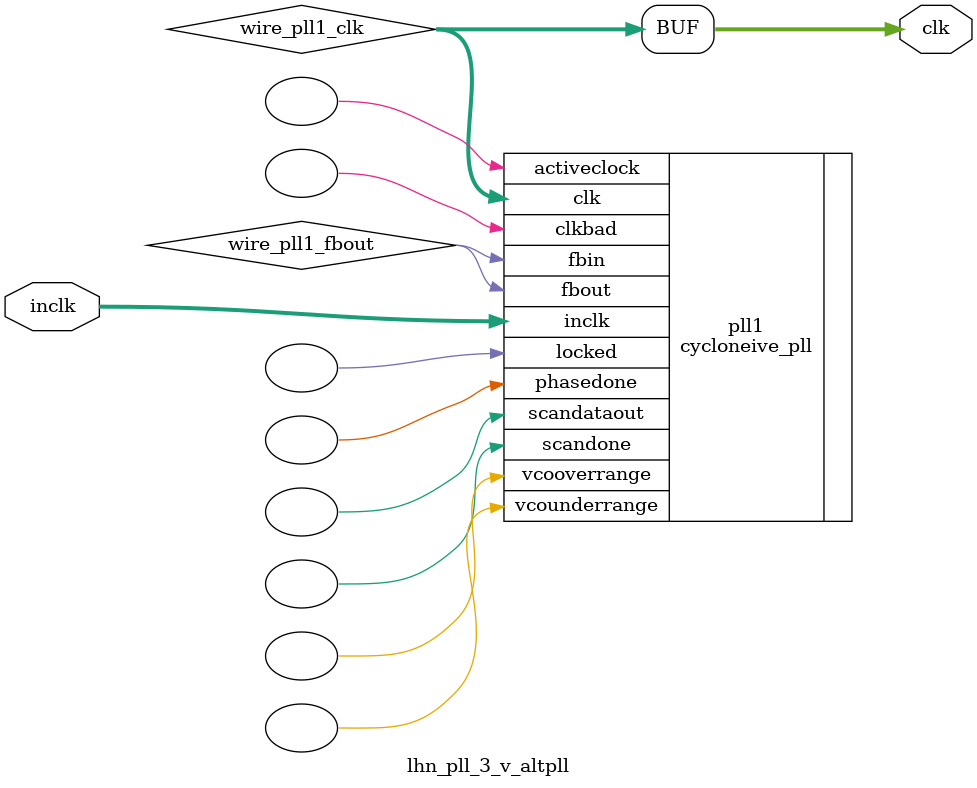
<source format=v>






//synthesis_resources = cycloneive_pll 1 
//synopsys translate_off
`timescale 1 ps / 1 ps
//synopsys translate_on
module  lhn_pll_3_v_altpll
	( 
	clk,
	inclk) /* synthesis synthesis_clearbox=1 */;
	output   [4:0]  clk;
	input   [1:0]  inclk;
`ifndef ALTERA_RESERVED_QIS
// synopsys translate_off
`endif
	tri0   [1:0]  inclk;
`ifndef ALTERA_RESERVED_QIS
// synopsys translate_on
`endif

	wire  [4:0]   wire_pll1_clk;
	wire  wire_pll1_fbout;

	cycloneive_pll   pll1
	( 
	.activeclock(),
	.clk(wire_pll1_clk),
	.clkbad(),
	.fbin(wire_pll1_fbout),
	.fbout(wire_pll1_fbout),
	.inclk(inclk),
	.locked(),
	.phasedone(),
	.scandataout(),
	.scandone(),
	.vcooverrange(),
	.vcounderrange()
	`ifndef FORMAL_VERIFICATION
	// synopsys translate_off
	`endif
	,
	.areset(1'b0),
	.clkswitch(1'b0),
	.configupdate(1'b0),
	.pfdena(1'b1),
	.phasecounterselect({3{1'b0}}),
	.phasestep(1'b0),
	.phaseupdown(1'b0),
	.scanclk(1'b0),
	.scanclkena(1'b1),
	.scandata(1'b0)
	`ifndef FORMAL_VERIFICATION
	// synopsys translate_on
	`endif
	);
	defparam
		pll1.bandwidth_type = "auto",
		pll1.clk0_divide_by = 1,
		pll1.clk0_duty_cycle = 50,
		pll1.clk0_multiply_by = 1,
		pll1.clk0_phase_shift = "0",
		pll1.clk1_divide_by = 1,
		pll1.clk1_duty_cycle = 50,
		pll1.clk1_multiply_by = 1,
		pll1.clk1_phase_shift = "1667",
		pll1.clk2_divide_by = 1,
		pll1.clk2_duty_cycle = 50,
		pll1.clk2_multiply_by = 1,
		pll1.clk2_phase_shift = "3333",
		pll1.compensate_clock = "clk0",
		pll1.inclk0_input_frequency = 20000,
		pll1.operation_mode = "normal",
		pll1.pll_type = "auto",
		pll1.lpm_type = "cycloneive_pll";
	assign
		clk = {wire_pll1_clk[4:0]};
endmodule //lhn_pll_3_v_altpll
//VALID FILE

</source>
